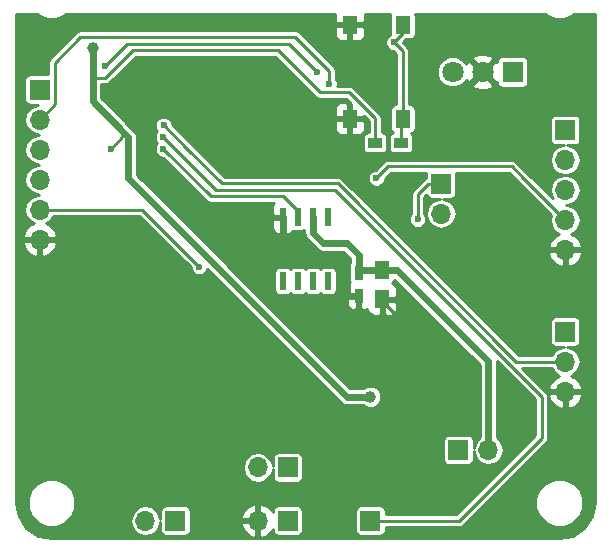
<source format=gbl>
G04 #@! TF.FileFunction,Copper,L2,Bot,Signal*
%FSLAX46Y46*%
G04 Gerber Fmt 4.6, Leading zero omitted, Abs format (unit mm)*
G04 Created by KiCad (PCBNEW 4.0.7) date 2017 November 25, Saturday 16:53:06*
%MOMM*%
%LPD*%
G01*
G04 APERTURE LIST*
%ADD10C,0.100000*%
%ADD11R,1.200000X0.900000*%
%ADD12R,1.800000X1.800000*%
%ADD13C,1.800000*%
%ADD14R,1.700000X1.700000*%
%ADD15O,1.700000X1.700000*%
%ADD16R,1.250000X1.500000*%
%ADD17R,0.750000X1.200000*%
%ADD18R,0.600000X1.550000*%
%ADD19R,1.300000X1.550000*%
%ADD20C,1.000000*%
%ADD21C,0.600000*%
%ADD22C,0.250000*%
%ADD23C,0.600000*%
G04 APERTURE END LIST*
D10*
D11*
X60900000Y-46000000D03*
X63100000Y-46000000D03*
D12*
X72540000Y-40000000D03*
D13*
X70000000Y-40000000D03*
X67460000Y-40000000D03*
D14*
X53500000Y-78000000D03*
D15*
X50960000Y-78000000D03*
D14*
X77000000Y-62000000D03*
D15*
X77000000Y-64540000D03*
X77000000Y-67080000D03*
D14*
X77000000Y-44920000D03*
D15*
X77000000Y-47460000D03*
X77000000Y-50000000D03*
X77000000Y-52540000D03*
X77000000Y-55080000D03*
D14*
X66500000Y-49460000D03*
D15*
X66500000Y-52000000D03*
D14*
X53500000Y-73500000D03*
D15*
X50960000Y-73500000D03*
D14*
X67960000Y-72000000D03*
D15*
X70500000Y-72000000D03*
D14*
X44000000Y-78000000D03*
D15*
X41460000Y-78000000D03*
D14*
X60500000Y-78000000D03*
X32500000Y-41500000D03*
D15*
X32500000Y-44040000D03*
X32500000Y-46580000D03*
X32500000Y-49120000D03*
X32500000Y-51660000D03*
X32500000Y-54200000D03*
D16*
X61500000Y-56750000D03*
X61500000Y-59250000D03*
D17*
X59500000Y-57050000D03*
X59500000Y-58950000D03*
D18*
X53095000Y-52300000D03*
X54365000Y-52300000D03*
X55635000Y-52300000D03*
X56905000Y-52300000D03*
X56905000Y-57700000D03*
X55635000Y-57700000D03*
X54365000Y-57700000D03*
X53095000Y-57700000D03*
D19*
X63250000Y-36025000D03*
X58750000Y-36025000D03*
X58750000Y-43975000D03*
X63250000Y-43975000D03*
D20*
X39000000Y-57000000D03*
X56000000Y-44000000D03*
X67000000Y-45000000D03*
X63000000Y-49109999D03*
X63000000Y-53000000D03*
X69000000Y-67000000D03*
X71000000Y-61000000D03*
X68000000Y-76000000D03*
X70000000Y-78000000D03*
X72000000Y-67000000D03*
X37000000Y-36000000D03*
X71000000Y-36000000D03*
X66000000Y-36000000D03*
X61000000Y-36000000D03*
X44000000Y-50500000D03*
X31500000Y-64500000D03*
X44000000Y-57000000D03*
X32000000Y-37500000D03*
X52000000Y-36000000D03*
X48000000Y-36000000D03*
X44000000Y-36000000D03*
X56000000Y-36000000D03*
X40000000Y-68500000D03*
X38000000Y-74000000D03*
X50000000Y-69000000D03*
X49500000Y-46000000D03*
X51500000Y-44000000D03*
X47500000Y-44000000D03*
X49500000Y-42000000D03*
X49500000Y-44000000D03*
X51500000Y-46000000D03*
X47500000Y-46000000D03*
X47500000Y-42000000D03*
X51500000Y-42000000D03*
D21*
X38500000Y-46500000D03*
D20*
X60500000Y-67500000D03*
X37000000Y-38000000D03*
D21*
X57000000Y-41000000D03*
X46000000Y-56500000D03*
X64500000Y-52500000D03*
X42974694Y-45525306D03*
X42987347Y-44512653D03*
X42962041Y-46537959D03*
X38000000Y-39500000D03*
X56000000Y-40000000D03*
X62500000Y-37500000D03*
X61000000Y-49000000D03*
D22*
X44000000Y-57000000D02*
X39000000Y-57000000D01*
X71000000Y-61000000D02*
X71000000Y-57500000D01*
X77000000Y-55080000D02*
X73420000Y-55080000D01*
X73420000Y-55080000D02*
X71000000Y-57500000D01*
X51500000Y-44000000D02*
X56000000Y-44000000D01*
X63000000Y-53000000D02*
X63000000Y-49109999D01*
X61500000Y-59250000D02*
X61500000Y-59375000D01*
X61500000Y-59375000D02*
X69000000Y-66875000D01*
X69000000Y-66875000D02*
X69000000Y-67000000D01*
D23*
X53095000Y-52300000D02*
X53095000Y-53675000D01*
X53095000Y-53675000D02*
X55744999Y-56324999D01*
X58524999Y-57164997D02*
X58525000Y-58950000D01*
X55744999Y-56324999D02*
X57685001Y-56324999D01*
X57685001Y-56324999D02*
X58524999Y-57164997D01*
X58525000Y-58950000D02*
X59500000Y-58950000D01*
D22*
X58750000Y-36025000D02*
X56025000Y-36025000D01*
X56025000Y-36025000D02*
X56000000Y-36000000D01*
X52000000Y-36000000D02*
X56000000Y-36000000D01*
X48000000Y-36000000D02*
X52000000Y-36000000D01*
X44000000Y-36000000D02*
X48000000Y-36000000D01*
D23*
X60500000Y-67500000D02*
X58500000Y-67500000D01*
X58500000Y-67500000D02*
X40000000Y-49000000D01*
X40000000Y-49000000D02*
X40000000Y-45500000D01*
X40000000Y-45500000D02*
X39500000Y-45000000D01*
D22*
X60900000Y-46000000D02*
X60900000Y-43934998D01*
X60900000Y-43934998D02*
X58690003Y-41725001D01*
X58690003Y-41725001D02*
X56225001Y-41725001D01*
X56225001Y-41725001D02*
X52675019Y-38175019D01*
X52675019Y-38175019D02*
X40397983Y-38175019D01*
X38073002Y-40500000D02*
X37000000Y-40500000D01*
X40397983Y-38175019D02*
X38073002Y-40500000D01*
D23*
X37000000Y-42500000D02*
X39500000Y-45000000D01*
D22*
X38500000Y-46500000D02*
X39500000Y-45500000D01*
X39500000Y-45500000D02*
X39500000Y-45000000D01*
D23*
X37000000Y-40500000D02*
X37000000Y-42500000D01*
X37000000Y-38000000D02*
X37000000Y-40500000D01*
X55635000Y-52300000D02*
X55635000Y-53675000D01*
X55635000Y-53675000D02*
X56460000Y-54500000D01*
X56460000Y-54500000D02*
X58500000Y-54500000D01*
X58500000Y-54500000D02*
X59500000Y-55500000D01*
X59500000Y-55500000D02*
X59500000Y-57050000D01*
X61500000Y-56750000D02*
X59800000Y-56750000D01*
X59800000Y-56750000D02*
X59500000Y-57050000D01*
X70500000Y-72000000D02*
X70500000Y-64525000D01*
X70500000Y-64525000D02*
X62725000Y-56750000D01*
X62725000Y-56750000D02*
X61500000Y-56750000D01*
D22*
X57000000Y-41000000D02*
X57000000Y-39926998D01*
X57000000Y-39926998D02*
X54123001Y-37049999D01*
X35950001Y-37049999D02*
X33775001Y-39224999D01*
X33775001Y-39224999D02*
X33775001Y-42764999D01*
X54123001Y-37049999D02*
X35950001Y-37049999D01*
X33775001Y-42764999D02*
X32500000Y-44040000D01*
X41160000Y-51660000D02*
X46000000Y-56500000D01*
X32500000Y-51660000D02*
X41160000Y-51660000D01*
X64500000Y-52500000D02*
X64500000Y-50360000D01*
X64500000Y-50360000D02*
X65400000Y-49460000D01*
X65400000Y-49460000D02*
X66500000Y-49460000D01*
X42974694Y-45525306D02*
X47449388Y-50000000D01*
X68000000Y-78000000D02*
X60500000Y-78000000D01*
X75000000Y-71000000D02*
X68000000Y-78000000D01*
X75000000Y-67500000D02*
X75000000Y-71000000D01*
X57500000Y-50000000D02*
X75000000Y-67500000D01*
X47449388Y-50000000D02*
X57500000Y-50000000D01*
X77000000Y-64540000D02*
X72817830Y-64540000D01*
X72817830Y-64540000D02*
X57727821Y-49449990D01*
X57727821Y-49449990D02*
X47924684Y-49449990D01*
X45000000Y-46525306D02*
X42987347Y-44512653D01*
X47924684Y-49449990D02*
X45000000Y-46525306D01*
X53090010Y-50550010D02*
X46974092Y-50550010D01*
X46974092Y-50550010D02*
X42962041Y-46537959D01*
X54365000Y-52300000D02*
X54365000Y-51825000D01*
X54365000Y-51825000D02*
X53090010Y-50550010D01*
X56000000Y-40000000D02*
X53625009Y-37625009D01*
X53625009Y-37625009D02*
X39874991Y-37625009D01*
X39874991Y-37625009D02*
X38000000Y-39500000D01*
X63250000Y-43975000D02*
X63250000Y-38250000D01*
X63250000Y-38250000D02*
X62500000Y-37500000D01*
X63250000Y-36750000D02*
X62500000Y-37500000D01*
X63250000Y-36025000D02*
X63250000Y-36750000D01*
X63100000Y-46000000D02*
X63100000Y-44125000D01*
X63100000Y-44125000D02*
X63250000Y-43975000D01*
X77000000Y-52540000D02*
X73460000Y-49000000D01*
X61000000Y-49000000D02*
X62000000Y-48000000D01*
X62000000Y-48000000D02*
X72460000Y-48000000D01*
X72460000Y-48000000D02*
X73460000Y-49000000D01*
G36*
X32351432Y-35215710D02*
X33095435Y-35524648D01*
X33901030Y-35525351D01*
X34645572Y-35217712D01*
X34738446Y-35125000D01*
X57467000Y-35125000D01*
X57467000Y-35737750D01*
X57625250Y-35896000D01*
X58621000Y-35896000D01*
X58621000Y-35876000D01*
X58879000Y-35876000D01*
X58879000Y-35896000D01*
X59874750Y-35896000D01*
X60033000Y-35737750D01*
X60033000Y-35125000D01*
X62191987Y-35125000D01*
X62166674Y-35250000D01*
X62166674Y-36800000D01*
X62175975Y-36849433D01*
X62089857Y-36885016D01*
X61885733Y-37088784D01*
X61775126Y-37355156D01*
X61774874Y-37643579D01*
X61885016Y-37910143D01*
X62088784Y-38114267D01*
X62355156Y-38224874D01*
X62447136Y-38224954D01*
X62700000Y-38477818D01*
X62700000Y-42766674D01*
X62600000Y-42766674D01*
X62442504Y-42796309D01*
X62297854Y-42889389D01*
X62200814Y-43031412D01*
X62166674Y-43200000D01*
X62166674Y-44750000D01*
X62196309Y-44907496D01*
X62289389Y-45052146D01*
X62408913Y-45133813D01*
X62342504Y-45146309D01*
X62197854Y-45239389D01*
X62100814Y-45381412D01*
X62066674Y-45550000D01*
X62066674Y-46450000D01*
X62096309Y-46607496D01*
X62189389Y-46752146D01*
X62331412Y-46849186D01*
X62500000Y-46883326D01*
X63700000Y-46883326D01*
X63857496Y-46853691D01*
X64002146Y-46760611D01*
X64099186Y-46618588D01*
X64133326Y-46450000D01*
X64133326Y-45550000D01*
X64103691Y-45392504D01*
X64010611Y-45247854D01*
X63912679Y-45180940D01*
X64057496Y-45153691D01*
X64202146Y-45060611D01*
X64299186Y-44918588D01*
X64333326Y-44750000D01*
X64333326Y-43200000D01*
X64303691Y-43042504D01*
X64210611Y-42897854D01*
X64068588Y-42800814D01*
X63900000Y-42766674D01*
X63800000Y-42766674D01*
X63800000Y-40262402D01*
X66134771Y-40262402D01*
X66336065Y-40749572D01*
X66708468Y-41122625D01*
X67195285Y-41324769D01*
X67722402Y-41325229D01*
X68209572Y-41123935D01*
X68253232Y-41080351D01*
X69102083Y-41080351D01*
X69188770Y-41336031D01*
X69761798Y-41544776D01*
X70371090Y-41518343D01*
X70811230Y-41336031D01*
X70897917Y-41080351D01*
X70000000Y-40182434D01*
X69102083Y-41080351D01*
X68253232Y-41080351D01*
X68582625Y-40751532D01*
X68610968Y-40683274D01*
X68663969Y-40811230D01*
X68919649Y-40897917D01*
X69817566Y-40000000D01*
X70182434Y-40000000D01*
X71080351Y-40897917D01*
X71206674Y-40855088D01*
X71206674Y-40900000D01*
X71236309Y-41057496D01*
X71329389Y-41202146D01*
X71471412Y-41299186D01*
X71640000Y-41333326D01*
X73440000Y-41333326D01*
X73597496Y-41303691D01*
X73742146Y-41210611D01*
X73839186Y-41068588D01*
X73873326Y-40900000D01*
X73873326Y-39100000D01*
X73843691Y-38942504D01*
X73750611Y-38797854D01*
X73608588Y-38700814D01*
X73440000Y-38666674D01*
X71640000Y-38666674D01*
X71482504Y-38696309D01*
X71337854Y-38789389D01*
X71240814Y-38931412D01*
X71206674Y-39100000D01*
X71206674Y-39144912D01*
X71080351Y-39102083D01*
X70182434Y-40000000D01*
X69817566Y-40000000D01*
X68919649Y-39102083D01*
X68663969Y-39188770D01*
X68614532Y-39324479D01*
X68583935Y-39250428D01*
X68253733Y-38919649D01*
X69102083Y-38919649D01*
X70000000Y-39817566D01*
X70897917Y-38919649D01*
X70811230Y-38663969D01*
X70238202Y-38455224D01*
X69628910Y-38481657D01*
X69188770Y-38663969D01*
X69102083Y-38919649D01*
X68253733Y-38919649D01*
X68211532Y-38877375D01*
X67724715Y-38675231D01*
X67197598Y-38674771D01*
X66710428Y-38876065D01*
X66337375Y-39248468D01*
X66135231Y-39735285D01*
X66134771Y-40262402D01*
X63800000Y-40262402D01*
X63800000Y-38250000D01*
X63758134Y-38039524D01*
X63638909Y-37861091D01*
X63277818Y-37500000D01*
X63544492Y-37233326D01*
X63900000Y-37233326D01*
X64057496Y-37203691D01*
X64202146Y-37110611D01*
X64299186Y-36968588D01*
X64333326Y-36800000D01*
X64333326Y-35250000D01*
X64309806Y-35125000D01*
X75260880Y-35125000D01*
X75351432Y-35215710D01*
X76095435Y-35524648D01*
X76901030Y-35525351D01*
X77645572Y-35217712D01*
X77738446Y-35125000D01*
X79500000Y-35125000D01*
X79500000Y-76450753D01*
X79262588Y-77644302D01*
X78614394Y-78614394D01*
X77644303Y-79262588D01*
X76450753Y-79500000D01*
X33549247Y-79500000D01*
X32355698Y-79262588D01*
X31385606Y-78614394D01*
X30737412Y-77644303D01*
X30589566Y-76901030D01*
X31474649Y-76901030D01*
X31782288Y-77645572D01*
X32351432Y-78215710D01*
X33095435Y-78524648D01*
X33901030Y-78525351D01*
X34645572Y-78217712D01*
X34888686Y-77975021D01*
X40185000Y-77975021D01*
X40185000Y-78024979D01*
X40282054Y-78512900D01*
X40558439Y-78926540D01*
X40972079Y-79202925D01*
X41460000Y-79299979D01*
X41947921Y-79202925D01*
X42361561Y-78926540D01*
X42637946Y-78512900D01*
X42716674Y-78117110D01*
X42716674Y-78850000D01*
X42746309Y-79007496D01*
X42839389Y-79152146D01*
X42981412Y-79249186D01*
X43150000Y-79283326D01*
X44850000Y-79283326D01*
X45007496Y-79253691D01*
X45152146Y-79160611D01*
X45249186Y-79018588D01*
X45283326Y-78850000D01*
X45283326Y-78358526D01*
X49520980Y-78358526D01*
X49767721Y-78881924D01*
X50195976Y-79271057D01*
X50601475Y-79439010D01*
X50831000Y-79318454D01*
X50831000Y-78129000D01*
X49640861Y-78129000D01*
X49520980Y-78358526D01*
X45283326Y-78358526D01*
X45283326Y-77641474D01*
X49520980Y-77641474D01*
X49640861Y-77871000D01*
X50831000Y-77871000D01*
X50831000Y-76681546D01*
X51089000Y-76681546D01*
X51089000Y-77871000D01*
X51109000Y-77871000D01*
X51109000Y-78129000D01*
X51089000Y-78129000D01*
X51089000Y-79318454D01*
X51318525Y-79439010D01*
X51724024Y-79271057D01*
X52152279Y-78881924D01*
X52216674Y-78745326D01*
X52216674Y-78850000D01*
X52246309Y-79007496D01*
X52339389Y-79152146D01*
X52481412Y-79249186D01*
X52650000Y-79283326D01*
X54350000Y-79283326D01*
X54507496Y-79253691D01*
X54652146Y-79160611D01*
X54749186Y-79018588D01*
X54783326Y-78850000D01*
X54783326Y-77150000D01*
X54753691Y-76992504D01*
X54660611Y-76847854D01*
X54518588Y-76750814D01*
X54350000Y-76716674D01*
X52650000Y-76716674D01*
X52492504Y-76746309D01*
X52347854Y-76839389D01*
X52250814Y-76981412D01*
X52216674Y-77150000D01*
X52216674Y-77254674D01*
X52152279Y-77118076D01*
X51724024Y-76728943D01*
X51318525Y-76560990D01*
X51089000Y-76681546D01*
X50831000Y-76681546D01*
X50601475Y-76560990D01*
X50195976Y-76728943D01*
X49767721Y-77118076D01*
X49520980Y-77641474D01*
X45283326Y-77641474D01*
X45283326Y-77150000D01*
X45253691Y-76992504D01*
X45160611Y-76847854D01*
X45018588Y-76750814D01*
X44850000Y-76716674D01*
X43150000Y-76716674D01*
X42992504Y-76746309D01*
X42847854Y-76839389D01*
X42750814Y-76981412D01*
X42716674Y-77150000D01*
X42716674Y-77882890D01*
X42637946Y-77487100D01*
X42361561Y-77073460D01*
X41947921Y-76797075D01*
X41460000Y-76700021D01*
X40972079Y-76797075D01*
X40558439Y-77073460D01*
X40282054Y-77487100D01*
X40185000Y-77975021D01*
X34888686Y-77975021D01*
X35215710Y-77648568D01*
X35524648Y-76904565D01*
X35525351Y-76098970D01*
X35217712Y-75354428D01*
X34648568Y-74784290D01*
X33904565Y-74475352D01*
X33098970Y-74474649D01*
X32354428Y-74782288D01*
X31784290Y-75351432D01*
X31475352Y-76095435D01*
X31474649Y-76901030D01*
X30589566Y-76901030D01*
X30500000Y-76450753D01*
X30500000Y-73475021D01*
X49685000Y-73475021D01*
X49685000Y-73524979D01*
X49782054Y-74012900D01*
X50058439Y-74426540D01*
X50472079Y-74702925D01*
X50960000Y-74799979D01*
X51447921Y-74702925D01*
X51861561Y-74426540D01*
X52137946Y-74012900D01*
X52216674Y-73617110D01*
X52216674Y-74350000D01*
X52246309Y-74507496D01*
X52339389Y-74652146D01*
X52481412Y-74749186D01*
X52650000Y-74783326D01*
X54350000Y-74783326D01*
X54507496Y-74753691D01*
X54652146Y-74660611D01*
X54749186Y-74518588D01*
X54783326Y-74350000D01*
X54783326Y-72650000D01*
X54753691Y-72492504D01*
X54660611Y-72347854D01*
X54518588Y-72250814D01*
X54350000Y-72216674D01*
X52650000Y-72216674D01*
X52492504Y-72246309D01*
X52347854Y-72339389D01*
X52250814Y-72481412D01*
X52216674Y-72650000D01*
X52216674Y-73382890D01*
X52137946Y-72987100D01*
X51861561Y-72573460D01*
X51447921Y-72297075D01*
X50960000Y-72200021D01*
X50472079Y-72297075D01*
X50058439Y-72573460D01*
X49782054Y-72987100D01*
X49685000Y-73475021D01*
X30500000Y-73475021D01*
X30500000Y-54558525D01*
X31060990Y-54558525D01*
X31228943Y-54964024D01*
X31618076Y-55392279D01*
X32141474Y-55639020D01*
X32371000Y-55519139D01*
X32371000Y-54329000D01*
X32629000Y-54329000D01*
X32629000Y-55519139D01*
X32858526Y-55639020D01*
X33381924Y-55392279D01*
X33771057Y-54964024D01*
X33939010Y-54558525D01*
X33818454Y-54329000D01*
X32629000Y-54329000D01*
X32371000Y-54329000D01*
X31181546Y-54329000D01*
X31060990Y-54558525D01*
X30500000Y-54558525D01*
X30500000Y-53841475D01*
X31060990Y-53841475D01*
X31181546Y-54071000D01*
X32371000Y-54071000D01*
X32371000Y-54051000D01*
X32629000Y-54051000D01*
X32629000Y-54071000D01*
X33818454Y-54071000D01*
X33939010Y-53841475D01*
X33771057Y-53435976D01*
X33381924Y-53007721D01*
X33016577Y-52835489D01*
X33426540Y-52561561D01*
X33661445Y-52210000D01*
X40932182Y-52210000D01*
X45274953Y-56552770D01*
X45274874Y-56643579D01*
X45385016Y-56910143D01*
X45588784Y-57114267D01*
X45855156Y-57224874D01*
X46143579Y-57225126D01*
X46410143Y-57114984D01*
X46614267Y-56911216D01*
X46693969Y-56719273D01*
X57987348Y-68012652D01*
X58222554Y-68169813D01*
X58268585Y-68178969D01*
X58500000Y-68225000D01*
X59916728Y-68225000D01*
X59975345Y-68283720D01*
X60315199Y-68424839D01*
X60683187Y-68425160D01*
X61023286Y-68284634D01*
X61283720Y-68024655D01*
X61424839Y-67684801D01*
X61425160Y-67316813D01*
X61284634Y-66976714D01*
X61024655Y-66716280D01*
X60684801Y-66575161D01*
X60316813Y-66574840D01*
X59976714Y-66715366D01*
X59916976Y-66775000D01*
X58800304Y-66775000D01*
X51262554Y-59237250D01*
X58492000Y-59237250D01*
X58492000Y-59675911D01*
X58588368Y-59908565D01*
X58766434Y-60086631D01*
X58999088Y-60183000D01*
X59212750Y-60183000D01*
X59371000Y-60024750D01*
X59371000Y-59079000D01*
X58650250Y-59079000D01*
X58492000Y-59237250D01*
X51262554Y-59237250D01*
X48950304Y-56925000D01*
X52361674Y-56925000D01*
X52361674Y-58475000D01*
X52391309Y-58632496D01*
X52484389Y-58777146D01*
X52626412Y-58874186D01*
X52795000Y-58908326D01*
X53395000Y-58908326D01*
X53552496Y-58878691D01*
X53697146Y-58785611D01*
X53729431Y-58738360D01*
X53754389Y-58777146D01*
X53896412Y-58874186D01*
X54065000Y-58908326D01*
X54665000Y-58908326D01*
X54822496Y-58878691D01*
X54967146Y-58785611D01*
X54999431Y-58738360D01*
X55024389Y-58777146D01*
X55166412Y-58874186D01*
X55335000Y-58908326D01*
X55935000Y-58908326D01*
X56092496Y-58878691D01*
X56237146Y-58785611D01*
X56269431Y-58738360D01*
X56294389Y-58777146D01*
X56436412Y-58874186D01*
X56605000Y-58908326D01*
X57205000Y-58908326D01*
X57362496Y-58878691D01*
X57507146Y-58785611D01*
X57604186Y-58643588D01*
X57638326Y-58475000D01*
X57638326Y-56925000D01*
X57608691Y-56767504D01*
X57515611Y-56622854D01*
X57373588Y-56525814D01*
X57205000Y-56491674D01*
X56605000Y-56491674D01*
X56447504Y-56521309D01*
X56302854Y-56614389D01*
X56270569Y-56661640D01*
X56245611Y-56622854D01*
X56103588Y-56525814D01*
X55935000Y-56491674D01*
X55335000Y-56491674D01*
X55177504Y-56521309D01*
X55032854Y-56614389D01*
X55000569Y-56661640D01*
X54975611Y-56622854D01*
X54833588Y-56525814D01*
X54665000Y-56491674D01*
X54065000Y-56491674D01*
X53907504Y-56521309D01*
X53762854Y-56614389D01*
X53730569Y-56661640D01*
X53705611Y-56622854D01*
X53563588Y-56525814D01*
X53395000Y-56491674D01*
X52795000Y-56491674D01*
X52637504Y-56521309D01*
X52492854Y-56614389D01*
X52395814Y-56756412D01*
X52361674Y-56925000D01*
X48950304Y-56925000D01*
X44612554Y-52587250D01*
X52162000Y-52587250D01*
X52162000Y-53200911D01*
X52258368Y-53433565D01*
X52436434Y-53611631D01*
X52669088Y-53708000D01*
X52807750Y-53708000D01*
X52966000Y-53549750D01*
X52966000Y-52429000D01*
X52320250Y-52429000D01*
X52162000Y-52587250D01*
X44612554Y-52587250D01*
X40725000Y-48699696D01*
X40725000Y-46681538D01*
X42236915Y-46681538D01*
X42347057Y-46948102D01*
X42550825Y-47152226D01*
X42817197Y-47262833D01*
X42909177Y-47262913D01*
X46585183Y-50938919D01*
X46763616Y-51058144D01*
X46974092Y-51100010D01*
X52324793Y-51100010D01*
X52258368Y-51166435D01*
X52162000Y-51399089D01*
X52162000Y-52012750D01*
X52320250Y-52171000D01*
X52966000Y-52171000D01*
X52966000Y-52151000D01*
X53224000Y-52151000D01*
X53224000Y-52171000D01*
X53244000Y-52171000D01*
X53244000Y-52429000D01*
X53224000Y-52429000D01*
X53224000Y-53549750D01*
X53382250Y-53708000D01*
X53520912Y-53708000D01*
X53753566Y-53611631D01*
X53893203Y-53471994D01*
X53896412Y-53474186D01*
X54065000Y-53508326D01*
X54665000Y-53508326D01*
X54822496Y-53478691D01*
X54910000Y-53422384D01*
X54910000Y-53675000D01*
X54943114Y-53841475D01*
X54965187Y-53952446D01*
X55122348Y-54187652D01*
X55947347Y-55012652D01*
X56104508Y-55117663D01*
X56182555Y-55169813D01*
X56460000Y-55225000D01*
X58199696Y-55225000D01*
X58775000Y-55800305D01*
X58775000Y-56209426D01*
X58725814Y-56281412D01*
X58691674Y-56450000D01*
X58691674Y-57650000D01*
X58721309Y-57807496D01*
X58741277Y-57838526D01*
X58588368Y-57991435D01*
X58492000Y-58224089D01*
X58492000Y-58662750D01*
X58650250Y-58821000D01*
X59371000Y-58821000D01*
X59371000Y-58801000D01*
X59629000Y-58801000D01*
X59629000Y-58821000D01*
X59649000Y-58821000D01*
X59649000Y-59079000D01*
X59629000Y-59079000D01*
X59629000Y-60024750D01*
X59787250Y-60183000D01*
X60000912Y-60183000D01*
X60233566Y-60086631D01*
X60242000Y-60078197D01*
X60242000Y-60125911D01*
X60338368Y-60358565D01*
X60516434Y-60536631D01*
X60749088Y-60633000D01*
X61212750Y-60633000D01*
X61371000Y-60474750D01*
X61371000Y-59379000D01*
X61629000Y-59379000D01*
X61629000Y-60474750D01*
X61787250Y-60633000D01*
X62250912Y-60633000D01*
X62483566Y-60536631D01*
X62661632Y-60358565D01*
X62758000Y-60125911D01*
X62758000Y-59537250D01*
X62599750Y-59379000D01*
X61629000Y-59379000D01*
X61371000Y-59379000D01*
X61351000Y-59379000D01*
X61351000Y-59121000D01*
X61371000Y-59121000D01*
X61371000Y-59101000D01*
X61629000Y-59101000D01*
X61629000Y-59121000D01*
X62599750Y-59121000D01*
X62758000Y-58962750D01*
X62758000Y-58374089D01*
X62661632Y-58141435D01*
X62483566Y-57963369D01*
X62304817Y-57889328D01*
X62427146Y-57810611D01*
X62524186Y-57668588D01*
X62540032Y-57590336D01*
X69775000Y-64825305D01*
X69775000Y-70955486D01*
X69598439Y-71073460D01*
X69322054Y-71487100D01*
X69243326Y-71882890D01*
X69243326Y-71150000D01*
X69213691Y-70992504D01*
X69120611Y-70847854D01*
X68978588Y-70750814D01*
X68810000Y-70716674D01*
X67110000Y-70716674D01*
X66952504Y-70746309D01*
X66807854Y-70839389D01*
X66710814Y-70981412D01*
X66676674Y-71150000D01*
X66676674Y-72850000D01*
X66706309Y-73007496D01*
X66799389Y-73152146D01*
X66941412Y-73249186D01*
X67110000Y-73283326D01*
X68810000Y-73283326D01*
X68967496Y-73253691D01*
X69112146Y-73160611D01*
X69209186Y-73018588D01*
X69243326Y-72850000D01*
X69243326Y-72117110D01*
X69322054Y-72512900D01*
X69598439Y-72926540D01*
X70012079Y-73202925D01*
X70500000Y-73299979D01*
X70987921Y-73202925D01*
X71401561Y-72926540D01*
X71677946Y-72512900D01*
X71775000Y-72024979D01*
X71775000Y-71975021D01*
X71677946Y-71487100D01*
X71401561Y-71073460D01*
X71225000Y-70955486D01*
X71225000Y-64525000D01*
X71219492Y-64497309D01*
X74450000Y-67727817D01*
X74450000Y-70772182D01*
X67772182Y-77450000D01*
X61783326Y-77450000D01*
X61783326Y-77150000D01*
X61753691Y-76992504D01*
X61660611Y-76847854D01*
X61518588Y-76750814D01*
X61350000Y-76716674D01*
X59650000Y-76716674D01*
X59492504Y-76746309D01*
X59347854Y-76839389D01*
X59250814Y-76981412D01*
X59216674Y-77150000D01*
X59216674Y-78850000D01*
X59246309Y-79007496D01*
X59339389Y-79152146D01*
X59481412Y-79249186D01*
X59650000Y-79283326D01*
X61350000Y-79283326D01*
X61507496Y-79253691D01*
X61652146Y-79160611D01*
X61749186Y-79018588D01*
X61783326Y-78850000D01*
X61783326Y-78550000D01*
X68000000Y-78550000D01*
X68210476Y-78508134D01*
X68388909Y-78388909D01*
X69876788Y-76901030D01*
X74474649Y-76901030D01*
X74782288Y-77645572D01*
X75351432Y-78215710D01*
X76095435Y-78524648D01*
X76901030Y-78525351D01*
X77645572Y-78217712D01*
X78215710Y-77648568D01*
X78524648Y-76904565D01*
X78525351Y-76098970D01*
X78217712Y-75354428D01*
X77648568Y-74784290D01*
X76904565Y-74475352D01*
X76098970Y-74474649D01*
X75354428Y-74782288D01*
X74784290Y-75351432D01*
X74475352Y-76095435D01*
X74474649Y-76901030D01*
X69876788Y-76901030D01*
X75388909Y-71388909D01*
X75508134Y-71210476D01*
X75550000Y-71000000D01*
X75550000Y-67500000D01*
X75537772Y-67438525D01*
X75560990Y-67438525D01*
X75728943Y-67844024D01*
X76118076Y-68272279D01*
X76641474Y-68519020D01*
X76871000Y-68399139D01*
X76871000Y-67209000D01*
X77129000Y-67209000D01*
X77129000Y-68399139D01*
X77358526Y-68519020D01*
X77881924Y-68272279D01*
X78271057Y-67844024D01*
X78439010Y-67438525D01*
X78318454Y-67209000D01*
X77129000Y-67209000D01*
X76871000Y-67209000D01*
X75681546Y-67209000D01*
X75560990Y-67438525D01*
X75537772Y-67438525D01*
X75508134Y-67289524D01*
X75388909Y-67111091D01*
X75388906Y-67111089D01*
X73367817Y-65090000D01*
X75838555Y-65090000D01*
X76073460Y-65441561D01*
X76483423Y-65715489D01*
X76118076Y-65887721D01*
X75728943Y-66315976D01*
X75560990Y-66721475D01*
X75681546Y-66951000D01*
X76871000Y-66951000D01*
X76871000Y-66931000D01*
X77129000Y-66931000D01*
X77129000Y-66951000D01*
X78318454Y-66951000D01*
X78439010Y-66721475D01*
X78271057Y-66315976D01*
X77881924Y-65887721D01*
X77516577Y-65715489D01*
X77926540Y-65441561D01*
X78202925Y-65027921D01*
X78299979Y-64540000D01*
X78202925Y-64052079D01*
X77926540Y-63638439D01*
X77512900Y-63362054D01*
X77117110Y-63283326D01*
X77850000Y-63283326D01*
X78007496Y-63253691D01*
X78152146Y-63160611D01*
X78249186Y-63018588D01*
X78283326Y-62850000D01*
X78283326Y-61150000D01*
X78253691Y-60992504D01*
X78160611Y-60847854D01*
X78018588Y-60750814D01*
X77850000Y-60716674D01*
X76150000Y-60716674D01*
X75992504Y-60746309D01*
X75847854Y-60839389D01*
X75750814Y-60981412D01*
X75716674Y-61150000D01*
X75716674Y-62850000D01*
X75746309Y-63007496D01*
X75839389Y-63152146D01*
X75981412Y-63249186D01*
X76150000Y-63283326D01*
X76882890Y-63283326D01*
X76487100Y-63362054D01*
X76073460Y-63638439D01*
X75838555Y-63990000D01*
X73045648Y-63990000D01*
X64494174Y-55438525D01*
X75560990Y-55438525D01*
X75728943Y-55844024D01*
X76118076Y-56272279D01*
X76641474Y-56519020D01*
X76871000Y-56399139D01*
X76871000Y-55209000D01*
X77129000Y-55209000D01*
X77129000Y-56399139D01*
X77358526Y-56519020D01*
X77881924Y-56272279D01*
X78271057Y-55844024D01*
X78439010Y-55438525D01*
X78318454Y-55209000D01*
X77129000Y-55209000D01*
X76871000Y-55209000D01*
X75681546Y-55209000D01*
X75560990Y-55438525D01*
X64494174Y-55438525D01*
X58199228Y-49143579D01*
X60274874Y-49143579D01*
X60385016Y-49410143D01*
X60588784Y-49614267D01*
X60855156Y-49724874D01*
X61143579Y-49725126D01*
X61410143Y-49614984D01*
X61614267Y-49411216D01*
X61724874Y-49144844D01*
X61724954Y-49052863D01*
X62227817Y-48550000D01*
X65228824Y-48550000D01*
X65216674Y-48610000D01*
X65216674Y-48946466D01*
X65189524Y-48951866D01*
X65011091Y-49071091D01*
X64111091Y-49971091D01*
X63991866Y-50149524D01*
X63950000Y-50360000D01*
X63950000Y-52024629D01*
X63885733Y-52088784D01*
X63775126Y-52355156D01*
X63774874Y-52643579D01*
X63885016Y-52910143D01*
X64088784Y-53114267D01*
X64355156Y-53224874D01*
X64643579Y-53225126D01*
X64910143Y-53114984D01*
X65114267Y-52911216D01*
X65224874Y-52644844D01*
X65225126Y-52356421D01*
X65114984Y-52089857D01*
X65050000Y-52024759D01*
X65050000Y-50587818D01*
X65234275Y-50403543D01*
X65246309Y-50467496D01*
X65339389Y-50612146D01*
X65481412Y-50709186D01*
X65650000Y-50743326D01*
X66382890Y-50743326D01*
X65987100Y-50822054D01*
X65573460Y-51098439D01*
X65297075Y-51512079D01*
X65200021Y-52000000D01*
X65297075Y-52487921D01*
X65573460Y-52901561D01*
X65987100Y-53177946D01*
X66475021Y-53275000D01*
X66524979Y-53275000D01*
X67012900Y-53177946D01*
X67426540Y-52901561D01*
X67702925Y-52487921D01*
X67799979Y-52000000D01*
X67702925Y-51512079D01*
X67426540Y-51098439D01*
X67012900Y-50822054D01*
X66617110Y-50743326D01*
X67350000Y-50743326D01*
X67507496Y-50713691D01*
X67652146Y-50620611D01*
X67749186Y-50478588D01*
X67783326Y-50310000D01*
X67783326Y-48610000D01*
X67772036Y-48550000D01*
X72232182Y-48550000D01*
X73071089Y-49388906D01*
X73071091Y-49388909D01*
X75786653Y-52104471D01*
X75700021Y-52540000D01*
X75797075Y-53027921D01*
X76073460Y-53441561D01*
X76483423Y-53715489D01*
X76118076Y-53887721D01*
X75728943Y-54315976D01*
X75560990Y-54721475D01*
X75681546Y-54951000D01*
X76871000Y-54951000D01*
X76871000Y-54931000D01*
X77129000Y-54931000D01*
X77129000Y-54951000D01*
X78318454Y-54951000D01*
X78439010Y-54721475D01*
X78271057Y-54315976D01*
X77881924Y-53887721D01*
X77516577Y-53715489D01*
X77926540Y-53441561D01*
X78202925Y-53027921D01*
X78299979Y-52540000D01*
X78202925Y-52052079D01*
X77926540Y-51638439D01*
X77512900Y-51362054D01*
X77050116Y-51270000D01*
X77512900Y-51177946D01*
X77926540Y-50901561D01*
X78202925Y-50487921D01*
X78299979Y-50000000D01*
X78202925Y-49512079D01*
X77926540Y-49098439D01*
X77512900Y-48822054D01*
X77050116Y-48730000D01*
X77512900Y-48637946D01*
X77926540Y-48361561D01*
X78202925Y-47947921D01*
X78299979Y-47460000D01*
X78202925Y-46972079D01*
X77926540Y-46558439D01*
X77512900Y-46282054D01*
X77117110Y-46203326D01*
X77850000Y-46203326D01*
X78007496Y-46173691D01*
X78152146Y-46080611D01*
X78249186Y-45938588D01*
X78283326Y-45770000D01*
X78283326Y-44070000D01*
X78253691Y-43912504D01*
X78160611Y-43767854D01*
X78018588Y-43670814D01*
X77850000Y-43636674D01*
X76150000Y-43636674D01*
X75992504Y-43666309D01*
X75847854Y-43759389D01*
X75750814Y-43901412D01*
X75716674Y-44070000D01*
X75716674Y-45770000D01*
X75746309Y-45927496D01*
X75839389Y-46072146D01*
X75981412Y-46169186D01*
X76150000Y-46203326D01*
X76882890Y-46203326D01*
X76487100Y-46282054D01*
X76073460Y-46558439D01*
X75797075Y-46972079D01*
X75700021Y-47460000D01*
X75797075Y-47947921D01*
X76073460Y-48361561D01*
X76487100Y-48637946D01*
X76949884Y-48730000D01*
X76487100Y-48822054D01*
X76073460Y-49098439D01*
X75797075Y-49512079D01*
X75700021Y-50000000D01*
X75797075Y-50487921D01*
X75940722Y-50702904D01*
X73848909Y-48611091D01*
X73848906Y-48611089D01*
X72848909Y-47611091D01*
X72670476Y-47491866D01*
X72460000Y-47450000D01*
X62000005Y-47450000D01*
X62000000Y-47449999D01*
X61789524Y-47491866D01*
X61611091Y-47611091D01*
X61611089Y-47611094D01*
X60947229Y-48274953D01*
X60856421Y-48274874D01*
X60589857Y-48385016D01*
X60385733Y-48588784D01*
X60275126Y-48855156D01*
X60274874Y-49143579D01*
X58199228Y-49143579D01*
X58116730Y-49061081D01*
X57938297Y-48941856D01*
X57727821Y-48899990D01*
X48152502Y-48899990D01*
X43712394Y-44459882D01*
X43712473Y-44369074D01*
X43668335Y-44262250D01*
X57467000Y-44262250D01*
X57467000Y-44875911D01*
X57563368Y-45108565D01*
X57741434Y-45286631D01*
X57974088Y-45383000D01*
X58462750Y-45383000D01*
X58621000Y-45224750D01*
X58621000Y-44104000D01*
X58879000Y-44104000D01*
X58879000Y-45224750D01*
X59037250Y-45383000D01*
X59525912Y-45383000D01*
X59758566Y-45286631D01*
X59936632Y-45108565D01*
X60033000Y-44875911D01*
X60033000Y-44262250D01*
X59874750Y-44104000D01*
X58879000Y-44104000D01*
X58621000Y-44104000D01*
X57625250Y-44104000D01*
X57467000Y-44262250D01*
X43668335Y-44262250D01*
X43602331Y-44102510D01*
X43398563Y-43898386D01*
X43132191Y-43787779D01*
X42843768Y-43787527D01*
X42577204Y-43897669D01*
X42373080Y-44101437D01*
X42262473Y-44367809D01*
X42262221Y-44656232D01*
X42372363Y-44922796D01*
X42462052Y-45012642D01*
X42360427Y-45114090D01*
X42249820Y-45380462D01*
X42249568Y-45668885D01*
X42359710Y-45935449D01*
X42449399Y-46025295D01*
X42347774Y-46126743D01*
X42237167Y-46393115D01*
X42236915Y-46681538D01*
X40725000Y-46681538D01*
X40725000Y-45500000D01*
X40701474Y-45381727D01*
X40669813Y-45222554D01*
X40512653Y-44987348D01*
X40012652Y-44487348D01*
X38599393Y-43074089D01*
X57467000Y-43074089D01*
X57467000Y-43687750D01*
X57625250Y-43846000D01*
X58621000Y-43846000D01*
X58621000Y-42725250D01*
X58462750Y-42567000D01*
X57974088Y-42567000D01*
X57741434Y-42663369D01*
X57563368Y-42841435D01*
X57467000Y-43074089D01*
X38599393Y-43074089D01*
X37725000Y-42199696D01*
X37725000Y-41050000D01*
X38073002Y-41050000D01*
X38283478Y-41008134D01*
X38461911Y-40888909D01*
X40625800Y-38725019D01*
X52447201Y-38725019D01*
X55836092Y-42113910D01*
X56014525Y-42233135D01*
X56225001Y-42275002D01*
X56225006Y-42275001D01*
X58462185Y-42275001D01*
X58895717Y-42708533D01*
X58879000Y-42725250D01*
X58879000Y-43846000D01*
X59874750Y-43846000D01*
X59953967Y-43766783D01*
X60350000Y-44162816D01*
X60350000Y-45116674D01*
X60300000Y-45116674D01*
X60142504Y-45146309D01*
X59997854Y-45239389D01*
X59900814Y-45381412D01*
X59866674Y-45550000D01*
X59866674Y-46450000D01*
X59896309Y-46607496D01*
X59989389Y-46752146D01*
X60131412Y-46849186D01*
X60300000Y-46883326D01*
X61500000Y-46883326D01*
X61657496Y-46853691D01*
X61802146Y-46760611D01*
X61899186Y-46618588D01*
X61933326Y-46450000D01*
X61933326Y-45550000D01*
X61903691Y-45392504D01*
X61810611Y-45247854D01*
X61668588Y-45150814D01*
X61500000Y-45116674D01*
X61450000Y-45116674D01*
X61450000Y-43935003D01*
X61450001Y-43934998D01*
X61408134Y-43724522D01*
X61288909Y-43546089D01*
X59078912Y-41336092D01*
X58900479Y-41216867D01*
X58690003Y-41175001D01*
X57712352Y-41175001D01*
X57724874Y-41144844D01*
X57725126Y-40856421D01*
X57614984Y-40589857D01*
X57550000Y-40524759D01*
X57550000Y-39926998D01*
X57508134Y-39716522D01*
X57388909Y-39538089D01*
X54511910Y-36661090D01*
X54333477Y-36541865D01*
X54123001Y-36499999D01*
X35950001Y-36499999D01*
X35739525Y-36541865D01*
X35561092Y-36661090D01*
X35561090Y-36661093D01*
X33386092Y-38836090D01*
X33266867Y-39014523D01*
X33225001Y-39224999D01*
X33225001Y-40216674D01*
X31650000Y-40216674D01*
X31492504Y-40246309D01*
X31347854Y-40339389D01*
X31250814Y-40481412D01*
X31216674Y-40650000D01*
X31216674Y-42350000D01*
X31246309Y-42507496D01*
X31339389Y-42652146D01*
X31481412Y-42749186D01*
X31650000Y-42783326D01*
X32382890Y-42783326D01*
X31987100Y-42862054D01*
X31573460Y-43138439D01*
X31297075Y-43552079D01*
X31200021Y-44040000D01*
X31297075Y-44527921D01*
X31573460Y-44941561D01*
X31987100Y-45217946D01*
X32449884Y-45310000D01*
X31987100Y-45402054D01*
X31573460Y-45678439D01*
X31297075Y-46092079D01*
X31200021Y-46580000D01*
X31297075Y-47067921D01*
X31573460Y-47481561D01*
X31987100Y-47757946D01*
X32449884Y-47850000D01*
X31987100Y-47942054D01*
X31573460Y-48218439D01*
X31297075Y-48632079D01*
X31200021Y-49120000D01*
X31297075Y-49607921D01*
X31573460Y-50021561D01*
X31987100Y-50297946D01*
X32449884Y-50390000D01*
X31987100Y-50482054D01*
X31573460Y-50758439D01*
X31297075Y-51172079D01*
X31200021Y-51660000D01*
X31297075Y-52147921D01*
X31573460Y-52561561D01*
X31983423Y-52835489D01*
X31618076Y-53007721D01*
X31228943Y-53435976D01*
X31060990Y-53841475D01*
X30500000Y-53841475D01*
X30500000Y-36312250D01*
X57467000Y-36312250D01*
X57467000Y-36925911D01*
X57563368Y-37158565D01*
X57741434Y-37336631D01*
X57974088Y-37433000D01*
X58462750Y-37433000D01*
X58621000Y-37274750D01*
X58621000Y-36154000D01*
X58879000Y-36154000D01*
X58879000Y-37274750D01*
X59037250Y-37433000D01*
X59525912Y-37433000D01*
X59758566Y-37336631D01*
X59936632Y-37158565D01*
X60033000Y-36925911D01*
X60033000Y-36312250D01*
X59874750Y-36154000D01*
X58879000Y-36154000D01*
X58621000Y-36154000D01*
X57625250Y-36154000D01*
X57467000Y-36312250D01*
X30500000Y-36312250D01*
X30500000Y-35125000D01*
X32260880Y-35125000D01*
X32351432Y-35215710D01*
X32351432Y-35215710D01*
G37*
X32351432Y-35215710D02*
X33095435Y-35524648D01*
X33901030Y-35525351D01*
X34645572Y-35217712D01*
X34738446Y-35125000D01*
X57467000Y-35125000D01*
X57467000Y-35737750D01*
X57625250Y-35896000D01*
X58621000Y-35896000D01*
X58621000Y-35876000D01*
X58879000Y-35876000D01*
X58879000Y-35896000D01*
X59874750Y-35896000D01*
X60033000Y-35737750D01*
X60033000Y-35125000D01*
X62191987Y-35125000D01*
X62166674Y-35250000D01*
X62166674Y-36800000D01*
X62175975Y-36849433D01*
X62089857Y-36885016D01*
X61885733Y-37088784D01*
X61775126Y-37355156D01*
X61774874Y-37643579D01*
X61885016Y-37910143D01*
X62088784Y-38114267D01*
X62355156Y-38224874D01*
X62447136Y-38224954D01*
X62700000Y-38477818D01*
X62700000Y-42766674D01*
X62600000Y-42766674D01*
X62442504Y-42796309D01*
X62297854Y-42889389D01*
X62200814Y-43031412D01*
X62166674Y-43200000D01*
X62166674Y-44750000D01*
X62196309Y-44907496D01*
X62289389Y-45052146D01*
X62408913Y-45133813D01*
X62342504Y-45146309D01*
X62197854Y-45239389D01*
X62100814Y-45381412D01*
X62066674Y-45550000D01*
X62066674Y-46450000D01*
X62096309Y-46607496D01*
X62189389Y-46752146D01*
X62331412Y-46849186D01*
X62500000Y-46883326D01*
X63700000Y-46883326D01*
X63857496Y-46853691D01*
X64002146Y-46760611D01*
X64099186Y-46618588D01*
X64133326Y-46450000D01*
X64133326Y-45550000D01*
X64103691Y-45392504D01*
X64010611Y-45247854D01*
X63912679Y-45180940D01*
X64057496Y-45153691D01*
X64202146Y-45060611D01*
X64299186Y-44918588D01*
X64333326Y-44750000D01*
X64333326Y-43200000D01*
X64303691Y-43042504D01*
X64210611Y-42897854D01*
X64068588Y-42800814D01*
X63900000Y-42766674D01*
X63800000Y-42766674D01*
X63800000Y-40262402D01*
X66134771Y-40262402D01*
X66336065Y-40749572D01*
X66708468Y-41122625D01*
X67195285Y-41324769D01*
X67722402Y-41325229D01*
X68209572Y-41123935D01*
X68253232Y-41080351D01*
X69102083Y-41080351D01*
X69188770Y-41336031D01*
X69761798Y-41544776D01*
X70371090Y-41518343D01*
X70811230Y-41336031D01*
X70897917Y-41080351D01*
X70000000Y-40182434D01*
X69102083Y-41080351D01*
X68253232Y-41080351D01*
X68582625Y-40751532D01*
X68610968Y-40683274D01*
X68663969Y-40811230D01*
X68919649Y-40897917D01*
X69817566Y-40000000D01*
X70182434Y-40000000D01*
X71080351Y-40897917D01*
X71206674Y-40855088D01*
X71206674Y-40900000D01*
X71236309Y-41057496D01*
X71329389Y-41202146D01*
X71471412Y-41299186D01*
X71640000Y-41333326D01*
X73440000Y-41333326D01*
X73597496Y-41303691D01*
X73742146Y-41210611D01*
X73839186Y-41068588D01*
X73873326Y-40900000D01*
X73873326Y-39100000D01*
X73843691Y-38942504D01*
X73750611Y-38797854D01*
X73608588Y-38700814D01*
X73440000Y-38666674D01*
X71640000Y-38666674D01*
X71482504Y-38696309D01*
X71337854Y-38789389D01*
X71240814Y-38931412D01*
X71206674Y-39100000D01*
X71206674Y-39144912D01*
X71080351Y-39102083D01*
X70182434Y-40000000D01*
X69817566Y-40000000D01*
X68919649Y-39102083D01*
X68663969Y-39188770D01*
X68614532Y-39324479D01*
X68583935Y-39250428D01*
X68253733Y-38919649D01*
X69102083Y-38919649D01*
X70000000Y-39817566D01*
X70897917Y-38919649D01*
X70811230Y-38663969D01*
X70238202Y-38455224D01*
X69628910Y-38481657D01*
X69188770Y-38663969D01*
X69102083Y-38919649D01*
X68253733Y-38919649D01*
X68211532Y-38877375D01*
X67724715Y-38675231D01*
X67197598Y-38674771D01*
X66710428Y-38876065D01*
X66337375Y-39248468D01*
X66135231Y-39735285D01*
X66134771Y-40262402D01*
X63800000Y-40262402D01*
X63800000Y-38250000D01*
X63758134Y-38039524D01*
X63638909Y-37861091D01*
X63277818Y-37500000D01*
X63544492Y-37233326D01*
X63900000Y-37233326D01*
X64057496Y-37203691D01*
X64202146Y-37110611D01*
X64299186Y-36968588D01*
X64333326Y-36800000D01*
X64333326Y-35250000D01*
X64309806Y-35125000D01*
X75260880Y-35125000D01*
X75351432Y-35215710D01*
X76095435Y-35524648D01*
X76901030Y-35525351D01*
X77645572Y-35217712D01*
X77738446Y-35125000D01*
X79500000Y-35125000D01*
X79500000Y-76450753D01*
X79262588Y-77644302D01*
X78614394Y-78614394D01*
X77644303Y-79262588D01*
X76450753Y-79500000D01*
X33549247Y-79500000D01*
X32355698Y-79262588D01*
X31385606Y-78614394D01*
X30737412Y-77644303D01*
X30589566Y-76901030D01*
X31474649Y-76901030D01*
X31782288Y-77645572D01*
X32351432Y-78215710D01*
X33095435Y-78524648D01*
X33901030Y-78525351D01*
X34645572Y-78217712D01*
X34888686Y-77975021D01*
X40185000Y-77975021D01*
X40185000Y-78024979D01*
X40282054Y-78512900D01*
X40558439Y-78926540D01*
X40972079Y-79202925D01*
X41460000Y-79299979D01*
X41947921Y-79202925D01*
X42361561Y-78926540D01*
X42637946Y-78512900D01*
X42716674Y-78117110D01*
X42716674Y-78850000D01*
X42746309Y-79007496D01*
X42839389Y-79152146D01*
X42981412Y-79249186D01*
X43150000Y-79283326D01*
X44850000Y-79283326D01*
X45007496Y-79253691D01*
X45152146Y-79160611D01*
X45249186Y-79018588D01*
X45283326Y-78850000D01*
X45283326Y-78358526D01*
X49520980Y-78358526D01*
X49767721Y-78881924D01*
X50195976Y-79271057D01*
X50601475Y-79439010D01*
X50831000Y-79318454D01*
X50831000Y-78129000D01*
X49640861Y-78129000D01*
X49520980Y-78358526D01*
X45283326Y-78358526D01*
X45283326Y-77641474D01*
X49520980Y-77641474D01*
X49640861Y-77871000D01*
X50831000Y-77871000D01*
X50831000Y-76681546D01*
X51089000Y-76681546D01*
X51089000Y-77871000D01*
X51109000Y-77871000D01*
X51109000Y-78129000D01*
X51089000Y-78129000D01*
X51089000Y-79318454D01*
X51318525Y-79439010D01*
X51724024Y-79271057D01*
X52152279Y-78881924D01*
X52216674Y-78745326D01*
X52216674Y-78850000D01*
X52246309Y-79007496D01*
X52339389Y-79152146D01*
X52481412Y-79249186D01*
X52650000Y-79283326D01*
X54350000Y-79283326D01*
X54507496Y-79253691D01*
X54652146Y-79160611D01*
X54749186Y-79018588D01*
X54783326Y-78850000D01*
X54783326Y-77150000D01*
X54753691Y-76992504D01*
X54660611Y-76847854D01*
X54518588Y-76750814D01*
X54350000Y-76716674D01*
X52650000Y-76716674D01*
X52492504Y-76746309D01*
X52347854Y-76839389D01*
X52250814Y-76981412D01*
X52216674Y-77150000D01*
X52216674Y-77254674D01*
X52152279Y-77118076D01*
X51724024Y-76728943D01*
X51318525Y-76560990D01*
X51089000Y-76681546D01*
X50831000Y-76681546D01*
X50601475Y-76560990D01*
X50195976Y-76728943D01*
X49767721Y-77118076D01*
X49520980Y-77641474D01*
X45283326Y-77641474D01*
X45283326Y-77150000D01*
X45253691Y-76992504D01*
X45160611Y-76847854D01*
X45018588Y-76750814D01*
X44850000Y-76716674D01*
X43150000Y-76716674D01*
X42992504Y-76746309D01*
X42847854Y-76839389D01*
X42750814Y-76981412D01*
X42716674Y-77150000D01*
X42716674Y-77882890D01*
X42637946Y-77487100D01*
X42361561Y-77073460D01*
X41947921Y-76797075D01*
X41460000Y-76700021D01*
X40972079Y-76797075D01*
X40558439Y-77073460D01*
X40282054Y-77487100D01*
X40185000Y-77975021D01*
X34888686Y-77975021D01*
X35215710Y-77648568D01*
X35524648Y-76904565D01*
X35525351Y-76098970D01*
X35217712Y-75354428D01*
X34648568Y-74784290D01*
X33904565Y-74475352D01*
X33098970Y-74474649D01*
X32354428Y-74782288D01*
X31784290Y-75351432D01*
X31475352Y-76095435D01*
X31474649Y-76901030D01*
X30589566Y-76901030D01*
X30500000Y-76450753D01*
X30500000Y-73475021D01*
X49685000Y-73475021D01*
X49685000Y-73524979D01*
X49782054Y-74012900D01*
X50058439Y-74426540D01*
X50472079Y-74702925D01*
X50960000Y-74799979D01*
X51447921Y-74702925D01*
X51861561Y-74426540D01*
X52137946Y-74012900D01*
X52216674Y-73617110D01*
X52216674Y-74350000D01*
X52246309Y-74507496D01*
X52339389Y-74652146D01*
X52481412Y-74749186D01*
X52650000Y-74783326D01*
X54350000Y-74783326D01*
X54507496Y-74753691D01*
X54652146Y-74660611D01*
X54749186Y-74518588D01*
X54783326Y-74350000D01*
X54783326Y-72650000D01*
X54753691Y-72492504D01*
X54660611Y-72347854D01*
X54518588Y-72250814D01*
X54350000Y-72216674D01*
X52650000Y-72216674D01*
X52492504Y-72246309D01*
X52347854Y-72339389D01*
X52250814Y-72481412D01*
X52216674Y-72650000D01*
X52216674Y-73382890D01*
X52137946Y-72987100D01*
X51861561Y-72573460D01*
X51447921Y-72297075D01*
X50960000Y-72200021D01*
X50472079Y-72297075D01*
X50058439Y-72573460D01*
X49782054Y-72987100D01*
X49685000Y-73475021D01*
X30500000Y-73475021D01*
X30500000Y-54558525D01*
X31060990Y-54558525D01*
X31228943Y-54964024D01*
X31618076Y-55392279D01*
X32141474Y-55639020D01*
X32371000Y-55519139D01*
X32371000Y-54329000D01*
X32629000Y-54329000D01*
X32629000Y-55519139D01*
X32858526Y-55639020D01*
X33381924Y-55392279D01*
X33771057Y-54964024D01*
X33939010Y-54558525D01*
X33818454Y-54329000D01*
X32629000Y-54329000D01*
X32371000Y-54329000D01*
X31181546Y-54329000D01*
X31060990Y-54558525D01*
X30500000Y-54558525D01*
X30500000Y-53841475D01*
X31060990Y-53841475D01*
X31181546Y-54071000D01*
X32371000Y-54071000D01*
X32371000Y-54051000D01*
X32629000Y-54051000D01*
X32629000Y-54071000D01*
X33818454Y-54071000D01*
X33939010Y-53841475D01*
X33771057Y-53435976D01*
X33381924Y-53007721D01*
X33016577Y-52835489D01*
X33426540Y-52561561D01*
X33661445Y-52210000D01*
X40932182Y-52210000D01*
X45274953Y-56552770D01*
X45274874Y-56643579D01*
X45385016Y-56910143D01*
X45588784Y-57114267D01*
X45855156Y-57224874D01*
X46143579Y-57225126D01*
X46410143Y-57114984D01*
X46614267Y-56911216D01*
X46693969Y-56719273D01*
X57987348Y-68012652D01*
X58222554Y-68169813D01*
X58268585Y-68178969D01*
X58500000Y-68225000D01*
X59916728Y-68225000D01*
X59975345Y-68283720D01*
X60315199Y-68424839D01*
X60683187Y-68425160D01*
X61023286Y-68284634D01*
X61283720Y-68024655D01*
X61424839Y-67684801D01*
X61425160Y-67316813D01*
X61284634Y-66976714D01*
X61024655Y-66716280D01*
X60684801Y-66575161D01*
X60316813Y-66574840D01*
X59976714Y-66715366D01*
X59916976Y-66775000D01*
X58800304Y-66775000D01*
X51262554Y-59237250D01*
X58492000Y-59237250D01*
X58492000Y-59675911D01*
X58588368Y-59908565D01*
X58766434Y-60086631D01*
X58999088Y-60183000D01*
X59212750Y-60183000D01*
X59371000Y-60024750D01*
X59371000Y-59079000D01*
X58650250Y-59079000D01*
X58492000Y-59237250D01*
X51262554Y-59237250D01*
X48950304Y-56925000D01*
X52361674Y-56925000D01*
X52361674Y-58475000D01*
X52391309Y-58632496D01*
X52484389Y-58777146D01*
X52626412Y-58874186D01*
X52795000Y-58908326D01*
X53395000Y-58908326D01*
X53552496Y-58878691D01*
X53697146Y-58785611D01*
X53729431Y-58738360D01*
X53754389Y-58777146D01*
X53896412Y-58874186D01*
X54065000Y-58908326D01*
X54665000Y-58908326D01*
X54822496Y-58878691D01*
X54967146Y-58785611D01*
X54999431Y-58738360D01*
X55024389Y-58777146D01*
X55166412Y-58874186D01*
X55335000Y-58908326D01*
X55935000Y-58908326D01*
X56092496Y-58878691D01*
X56237146Y-58785611D01*
X56269431Y-58738360D01*
X56294389Y-58777146D01*
X56436412Y-58874186D01*
X56605000Y-58908326D01*
X57205000Y-58908326D01*
X57362496Y-58878691D01*
X57507146Y-58785611D01*
X57604186Y-58643588D01*
X57638326Y-58475000D01*
X57638326Y-56925000D01*
X57608691Y-56767504D01*
X57515611Y-56622854D01*
X57373588Y-56525814D01*
X57205000Y-56491674D01*
X56605000Y-56491674D01*
X56447504Y-56521309D01*
X56302854Y-56614389D01*
X56270569Y-56661640D01*
X56245611Y-56622854D01*
X56103588Y-56525814D01*
X55935000Y-56491674D01*
X55335000Y-56491674D01*
X55177504Y-56521309D01*
X55032854Y-56614389D01*
X55000569Y-56661640D01*
X54975611Y-56622854D01*
X54833588Y-56525814D01*
X54665000Y-56491674D01*
X54065000Y-56491674D01*
X53907504Y-56521309D01*
X53762854Y-56614389D01*
X53730569Y-56661640D01*
X53705611Y-56622854D01*
X53563588Y-56525814D01*
X53395000Y-56491674D01*
X52795000Y-56491674D01*
X52637504Y-56521309D01*
X52492854Y-56614389D01*
X52395814Y-56756412D01*
X52361674Y-56925000D01*
X48950304Y-56925000D01*
X44612554Y-52587250D01*
X52162000Y-52587250D01*
X52162000Y-53200911D01*
X52258368Y-53433565D01*
X52436434Y-53611631D01*
X52669088Y-53708000D01*
X52807750Y-53708000D01*
X52966000Y-53549750D01*
X52966000Y-52429000D01*
X52320250Y-52429000D01*
X52162000Y-52587250D01*
X44612554Y-52587250D01*
X40725000Y-48699696D01*
X40725000Y-46681538D01*
X42236915Y-46681538D01*
X42347057Y-46948102D01*
X42550825Y-47152226D01*
X42817197Y-47262833D01*
X42909177Y-47262913D01*
X46585183Y-50938919D01*
X46763616Y-51058144D01*
X46974092Y-51100010D01*
X52324793Y-51100010D01*
X52258368Y-51166435D01*
X52162000Y-51399089D01*
X52162000Y-52012750D01*
X52320250Y-52171000D01*
X52966000Y-52171000D01*
X52966000Y-52151000D01*
X53224000Y-52151000D01*
X53224000Y-52171000D01*
X53244000Y-52171000D01*
X53244000Y-52429000D01*
X53224000Y-52429000D01*
X53224000Y-53549750D01*
X53382250Y-53708000D01*
X53520912Y-53708000D01*
X53753566Y-53611631D01*
X53893203Y-53471994D01*
X53896412Y-53474186D01*
X54065000Y-53508326D01*
X54665000Y-53508326D01*
X54822496Y-53478691D01*
X54910000Y-53422384D01*
X54910000Y-53675000D01*
X54943114Y-53841475D01*
X54965187Y-53952446D01*
X55122348Y-54187652D01*
X55947347Y-55012652D01*
X56104508Y-55117663D01*
X56182555Y-55169813D01*
X56460000Y-55225000D01*
X58199696Y-55225000D01*
X58775000Y-55800305D01*
X58775000Y-56209426D01*
X58725814Y-56281412D01*
X58691674Y-56450000D01*
X58691674Y-57650000D01*
X58721309Y-57807496D01*
X58741277Y-57838526D01*
X58588368Y-57991435D01*
X58492000Y-58224089D01*
X58492000Y-58662750D01*
X58650250Y-58821000D01*
X59371000Y-58821000D01*
X59371000Y-58801000D01*
X59629000Y-58801000D01*
X59629000Y-58821000D01*
X59649000Y-58821000D01*
X59649000Y-59079000D01*
X59629000Y-59079000D01*
X59629000Y-60024750D01*
X59787250Y-60183000D01*
X60000912Y-60183000D01*
X60233566Y-60086631D01*
X60242000Y-60078197D01*
X60242000Y-60125911D01*
X60338368Y-60358565D01*
X60516434Y-60536631D01*
X60749088Y-60633000D01*
X61212750Y-60633000D01*
X61371000Y-60474750D01*
X61371000Y-59379000D01*
X61629000Y-59379000D01*
X61629000Y-60474750D01*
X61787250Y-60633000D01*
X62250912Y-60633000D01*
X62483566Y-60536631D01*
X62661632Y-60358565D01*
X62758000Y-60125911D01*
X62758000Y-59537250D01*
X62599750Y-59379000D01*
X61629000Y-59379000D01*
X61371000Y-59379000D01*
X61351000Y-59379000D01*
X61351000Y-59121000D01*
X61371000Y-59121000D01*
X61371000Y-59101000D01*
X61629000Y-59101000D01*
X61629000Y-59121000D01*
X62599750Y-59121000D01*
X62758000Y-58962750D01*
X62758000Y-58374089D01*
X62661632Y-58141435D01*
X62483566Y-57963369D01*
X62304817Y-57889328D01*
X62427146Y-57810611D01*
X62524186Y-57668588D01*
X62540032Y-57590336D01*
X69775000Y-64825305D01*
X69775000Y-70955486D01*
X69598439Y-71073460D01*
X69322054Y-71487100D01*
X69243326Y-71882890D01*
X69243326Y-71150000D01*
X69213691Y-70992504D01*
X69120611Y-70847854D01*
X68978588Y-70750814D01*
X68810000Y-70716674D01*
X67110000Y-70716674D01*
X66952504Y-70746309D01*
X66807854Y-70839389D01*
X66710814Y-70981412D01*
X66676674Y-71150000D01*
X66676674Y-72850000D01*
X66706309Y-73007496D01*
X66799389Y-73152146D01*
X66941412Y-73249186D01*
X67110000Y-73283326D01*
X68810000Y-73283326D01*
X68967496Y-73253691D01*
X69112146Y-73160611D01*
X69209186Y-73018588D01*
X69243326Y-72850000D01*
X69243326Y-72117110D01*
X69322054Y-72512900D01*
X69598439Y-72926540D01*
X70012079Y-73202925D01*
X70500000Y-73299979D01*
X70987921Y-73202925D01*
X71401561Y-72926540D01*
X71677946Y-72512900D01*
X71775000Y-72024979D01*
X71775000Y-71975021D01*
X71677946Y-71487100D01*
X71401561Y-71073460D01*
X71225000Y-70955486D01*
X71225000Y-64525000D01*
X71219492Y-64497309D01*
X74450000Y-67727817D01*
X74450000Y-70772182D01*
X67772182Y-77450000D01*
X61783326Y-77450000D01*
X61783326Y-77150000D01*
X61753691Y-76992504D01*
X61660611Y-76847854D01*
X61518588Y-76750814D01*
X61350000Y-76716674D01*
X59650000Y-76716674D01*
X59492504Y-76746309D01*
X59347854Y-76839389D01*
X59250814Y-76981412D01*
X59216674Y-77150000D01*
X59216674Y-78850000D01*
X59246309Y-79007496D01*
X59339389Y-79152146D01*
X59481412Y-79249186D01*
X59650000Y-79283326D01*
X61350000Y-79283326D01*
X61507496Y-79253691D01*
X61652146Y-79160611D01*
X61749186Y-79018588D01*
X61783326Y-78850000D01*
X61783326Y-78550000D01*
X68000000Y-78550000D01*
X68210476Y-78508134D01*
X68388909Y-78388909D01*
X69876788Y-76901030D01*
X74474649Y-76901030D01*
X74782288Y-77645572D01*
X75351432Y-78215710D01*
X76095435Y-78524648D01*
X76901030Y-78525351D01*
X77645572Y-78217712D01*
X78215710Y-77648568D01*
X78524648Y-76904565D01*
X78525351Y-76098970D01*
X78217712Y-75354428D01*
X77648568Y-74784290D01*
X76904565Y-74475352D01*
X76098970Y-74474649D01*
X75354428Y-74782288D01*
X74784290Y-75351432D01*
X74475352Y-76095435D01*
X74474649Y-76901030D01*
X69876788Y-76901030D01*
X75388909Y-71388909D01*
X75508134Y-71210476D01*
X75550000Y-71000000D01*
X75550000Y-67500000D01*
X75537772Y-67438525D01*
X75560990Y-67438525D01*
X75728943Y-67844024D01*
X76118076Y-68272279D01*
X76641474Y-68519020D01*
X76871000Y-68399139D01*
X76871000Y-67209000D01*
X77129000Y-67209000D01*
X77129000Y-68399139D01*
X77358526Y-68519020D01*
X77881924Y-68272279D01*
X78271057Y-67844024D01*
X78439010Y-67438525D01*
X78318454Y-67209000D01*
X77129000Y-67209000D01*
X76871000Y-67209000D01*
X75681546Y-67209000D01*
X75560990Y-67438525D01*
X75537772Y-67438525D01*
X75508134Y-67289524D01*
X75388909Y-67111091D01*
X75388906Y-67111089D01*
X73367817Y-65090000D01*
X75838555Y-65090000D01*
X76073460Y-65441561D01*
X76483423Y-65715489D01*
X76118076Y-65887721D01*
X75728943Y-66315976D01*
X75560990Y-66721475D01*
X75681546Y-66951000D01*
X76871000Y-66951000D01*
X76871000Y-66931000D01*
X77129000Y-66931000D01*
X77129000Y-66951000D01*
X78318454Y-66951000D01*
X78439010Y-66721475D01*
X78271057Y-66315976D01*
X77881924Y-65887721D01*
X77516577Y-65715489D01*
X77926540Y-65441561D01*
X78202925Y-65027921D01*
X78299979Y-64540000D01*
X78202925Y-64052079D01*
X77926540Y-63638439D01*
X77512900Y-63362054D01*
X77117110Y-63283326D01*
X77850000Y-63283326D01*
X78007496Y-63253691D01*
X78152146Y-63160611D01*
X78249186Y-63018588D01*
X78283326Y-62850000D01*
X78283326Y-61150000D01*
X78253691Y-60992504D01*
X78160611Y-60847854D01*
X78018588Y-60750814D01*
X77850000Y-60716674D01*
X76150000Y-60716674D01*
X75992504Y-60746309D01*
X75847854Y-60839389D01*
X75750814Y-60981412D01*
X75716674Y-61150000D01*
X75716674Y-62850000D01*
X75746309Y-63007496D01*
X75839389Y-63152146D01*
X75981412Y-63249186D01*
X76150000Y-63283326D01*
X76882890Y-63283326D01*
X76487100Y-63362054D01*
X76073460Y-63638439D01*
X75838555Y-63990000D01*
X73045648Y-63990000D01*
X64494174Y-55438525D01*
X75560990Y-55438525D01*
X75728943Y-55844024D01*
X76118076Y-56272279D01*
X76641474Y-56519020D01*
X76871000Y-56399139D01*
X76871000Y-55209000D01*
X77129000Y-55209000D01*
X77129000Y-56399139D01*
X77358526Y-56519020D01*
X77881924Y-56272279D01*
X78271057Y-55844024D01*
X78439010Y-55438525D01*
X78318454Y-55209000D01*
X77129000Y-55209000D01*
X76871000Y-55209000D01*
X75681546Y-55209000D01*
X75560990Y-55438525D01*
X64494174Y-55438525D01*
X58199228Y-49143579D01*
X60274874Y-49143579D01*
X60385016Y-49410143D01*
X60588784Y-49614267D01*
X60855156Y-49724874D01*
X61143579Y-49725126D01*
X61410143Y-49614984D01*
X61614267Y-49411216D01*
X61724874Y-49144844D01*
X61724954Y-49052863D01*
X62227817Y-48550000D01*
X65228824Y-48550000D01*
X65216674Y-48610000D01*
X65216674Y-48946466D01*
X65189524Y-48951866D01*
X65011091Y-49071091D01*
X64111091Y-49971091D01*
X63991866Y-50149524D01*
X63950000Y-50360000D01*
X63950000Y-52024629D01*
X63885733Y-52088784D01*
X63775126Y-52355156D01*
X63774874Y-52643579D01*
X63885016Y-52910143D01*
X64088784Y-53114267D01*
X64355156Y-53224874D01*
X64643579Y-53225126D01*
X64910143Y-53114984D01*
X65114267Y-52911216D01*
X65224874Y-52644844D01*
X65225126Y-52356421D01*
X65114984Y-52089857D01*
X65050000Y-52024759D01*
X65050000Y-50587818D01*
X65234275Y-50403543D01*
X65246309Y-50467496D01*
X65339389Y-50612146D01*
X65481412Y-50709186D01*
X65650000Y-50743326D01*
X66382890Y-50743326D01*
X65987100Y-50822054D01*
X65573460Y-51098439D01*
X65297075Y-51512079D01*
X65200021Y-52000000D01*
X65297075Y-52487921D01*
X65573460Y-52901561D01*
X65987100Y-53177946D01*
X66475021Y-53275000D01*
X66524979Y-53275000D01*
X67012900Y-53177946D01*
X67426540Y-52901561D01*
X67702925Y-52487921D01*
X67799979Y-52000000D01*
X67702925Y-51512079D01*
X67426540Y-51098439D01*
X67012900Y-50822054D01*
X66617110Y-50743326D01*
X67350000Y-50743326D01*
X67507496Y-50713691D01*
X67652146Y-50620611D01*
X67749186Y-50478588D01*
X67783326Y-50310000D01*
X67783326Y-48610000D01*
X67772036Y-48550000D01*
X72232182Y-48550000D01*
X73071089Y-49388906D01*
X73071091Y-49388909D01*
X75786653Y-52104471D01*
X75700021Y-52540000D01*
X75797075Y-53027921D01*
X76073460Y-53441561D01*
X76483423Y-53715489D01*
X76118076Y-53887721D01*
X75728943Y-54315976D01*
X75560990Y-54721475D01*
X75681546Y-54951000D01*
X76871000Y-54951000D01*
X76871000Y-54931000D01*
X77129000Y-54931000D01*
X77129000Y-54951000D01*
X78318454Y-54951000D01*
X78439010Y-54721475D01*
X78271057Y-54315976D01*
X77881924Y-53887721D01*
X77516577Y-53715489D01*
X77926540Y-53441561D01*
X78202925Y-53027921D01*
X78299979Y-52540000D01*
X78202925Y-52052079D01*
X77926540Y-51638439D01*
X77512900Y-51362054D01*
X77050116Y-51270000D01*
X77512900Y-51177946D01*
X77926540Y-50901561D01*
X78202925Y-50487921D01*
X78299979Y-50000000D01*
X78202925Y-49512079D01*
X77926540Y-49098439D01*
X77512900Y-48822054D01*
X77050116Y-48730000D01*
X77512900Y-48637946D01*
X77926540Y-48361561D01*
X78202925Y-47947921D01*
X78299979Y-47460000D01*
X78202925Y-46972079D01*
X77926540Y-46558439D01*
X77512900Y-46282054D01*
X77117110Y-46203326D01*
X77850000Y-46203326D01*
X78007496Y-46173691D01*
X78152146Y-46080611D01*
X78249186Y-45938588D01*
X78283326Y-45770000D01*
X78283326Y-44070000D01*
X78253691Y-43912504D01*
X78160611Y-43767854D01*
X78018588Y-43670814D01*
X77850000Y-43636674D01*
X76150000Y-43636674D01*
X75992504Y-43666309D01*
X75847854Y-43759389D01*
X75750814Y-43901412D01*
X75716674Y-44070000D01*
X75716674Y-45770000D01*
X75746309Y-45927496D01*
X75839389Y-46072146D01*
X75981412Y-46169186D01*
X76150000Y-46203326D01*
X76882890Y-46203326D01*
X76487100Y-46282054D01*
X76073460Y-46558439D01*
X75797075Y-46972079D01*
X75700021Y-47460000D01*
X75797075Y-47947921D01*
X76073460Y-48361561D01*
X76487100Y-48637946D01*
X76949884Y-48730000D01*
X76487100Y-48822054D01*
X76073460Y-49098439D01*
X75797075Y-49512079D01*
X75700021Y-50000000D01*
X75797075Y-50487921D01*
X75940722Y-50702904D01*
X73848909Y-48611091D01*
X73848906Y-48611089D01*
X72848909Y-47611091D01*
X72670476Y-47491866D01*
X72460000Y-47450000D01*
X62000005Y-47450000D01*
X62000000Y-47449999D01*
X61789524Y-47491866D01*
X61611091Y-47611091D01*
X61611089Y-47611094D01*
X60947229Y-48274953D01*
X60856421Y-48274874D01*
X60589857Y-48385016D01*
X60385733Y-48588784D01*
X60275126Y-48855156D01*
X60274874Y-49143579D01*
X58199228Y-49143579D01*
X58116730Y-49061081D01*
X57938297Y-48941856D01*
X57727821Y-48899990D01*
X48152502Y-48899990D01*
X43712394Y-44459882D01*
X43712473Y-44369074D01*
X43668335Y-44262250D01*
X57467000Y-44262250D01*
X57467000Y-44875911D01*
X57563368Y-45108565D01*
X57741434Y-45286631D01*
X57974088Y-45383000D01*
X58462750Y-45383000D01*
X58621000Y-45224750D01*
X58621000Y-44104000D01*
X58879000Y-44104000D01*
X58879000Y-45224750D01*
X59037250Y-45383000D01*
X59525912Y-45383000D01*
X59758566Y-45286631D01*
X59936632Y-45108565D01*
X60033000Y-44875911D01*
X60033000Y-44262250D01*
X59874750Y-44104000D01*
X58879000Y-44104000D01*
X58621000Y-44104000D01*
X57625250Y-44104000D01*
X57467000Y-44262250D01*
X43668335Y-44262250D01*
X43602331Y-44102510D01*
X43398563Y-43898386D01*
X43132191Y-43787779D01*
X42843768Y-43787527D01*
X42577204Y-43897669D01*
X42373080Y-44101437D01*
X42262473Y-44367809D01*
X42262221Y-44656232D01*
X42372363Y-44922796D01*
X42462052Y-45012642D01*
X42360427Y-45114090D01*
X42249820Y-45380462D01*
X42249568Y-45668885D01*
X42359710Y-45935449D01*
X42449399Y-46025295D01*
X42347774Y-46126743D01*
X42237167Y-46393115D01*
X42236915Y-46681538D01*
X40725000Y-46681538D01*
X40725000Y-45500000D01*
X40701474Y-45381727D01*
X40669813Y-45222554D01*
X40512653Y-44987348D01*
X40012652Y-44487348D01*
X38599393Y-43074089D01*
X57467000Y-43074089D01*
X57467000Y-43687750D01*
X57625250Y-43846000D01*
X58621000Y-43846000D01*
X58621000Y-42725250D01*
X58462750Y-42567000D01*
X57974088Y-42567000D01*
X57741434Y-42663369D01*
X57563368Y-42841435D01*
X57467000Y-43074089D01*
X38599393Y-43074089D01*
X37725000Y-42199696D01*
X37725000Y-41050000D01*
X38073002Y-41050000D01*
X38283478Y-41008134D01*
X38461911Y-40888909D01*
X40625800Y-38725019D01*
X52447201Y-38725019D01*
X55836092Y-42113910D01*
X56014525Y-42233135D01*
X56225001Y-42275002D01*
X56225006Y-42275001D01*
X58462185Y-42275001D01*
X58895717Y-42708533D01*
X58879000Y-42725250D01*
X58879000Y-43846000D01*
X59874750Y-43846000D01*
X59953967Y-43766783D01*
X60350000Y-44162816D01*
X60350000Y-45116674D01*
X60300000Y-45116674D01*
X60142504Y-45146309D01*
X59997854Y-45239389D01*
X59900814Y-45381412D01*
X59866674Y-45550000D01*
X59866674Y-46450000D01*
X59896309Y-46607496D01*
X59989389Y-46752146D01*
X60131412Y-46849186D01*
X60300000Y-46883326D01*
X61500000Y-46883326D01*
X61657496Y-46853691D01*
X61802146Y-46760611D01*
X61899186Y-46618588D01*
X61933326Y-46450000D01*
X61933326Y-45550000D01*
X61903691Y-45392504D01*
X61810611Y-45247854D01*
X61668588Y-45150814D01*
X61500000Y-45116674D01*
X61450000Y-45116674D01*
X61450000Y-43935003D01*
X61450001Y-43934998D01*
X61408134Y-43724522D01*
X61288909Y-43546089D01*
X59078912Y-41336092D01*
X58900479Y-41216867D01*
X58690003Y-41175001D01*
X57712352Y-41175001D01*
X57724874Y-41144844D01*
X57725126Y-40856421D01*
X57614984Y-40589857D01*
X57550000Y-40524759D01*
X57550000Y-39926998D01*
X57508134Y-39716522D01*
X57388909Y-39538089D01*
X54511910Y-36661090D01*
X54333477Y-36541865D01*
X54123001Y-36499999D01*
X35950001Y-36499999D01*
X35739525Y-36541865D01*
X35561092Y-36661090D01*
X35561090Y-36661093D01*
X33386092Y-38836090D01*
X33266867Y-39014523D01*
X33225001Y-39224999D01*
X33225001Y-40216674D01*
X31650000Y-40216674D01*
X31492504Y-40246309D01*
X31347854Y-40339389D01*
X31250814Y-40481412D01*
X31216674Y-40650000D01*
X31216674Y-42350000D01*
X31246309Y-42507496D01*
X31339389Y-42652146D01*
X31481412Y-42749186D01*
X31650000Y-42783326D01*
X32382890Y-42783326D01*
X31987100Y-42862054D01*
X31573460Y-43138439D01*
X31297075Y-43552079D01*
X31200021Y-44040000D01*
X31297075Y-44527921D01*
X31573460Y-44941561D01*
X31987100Y-45217946D01*
X32449884Y-45310000D01*
X31987100Y-45402054D01*
X31573460Y-45678439D01*
X31297075Y-46092079D01*
X31200021Y-46580000D01*
X31297075Y-47067921D01*
X31573460Y-47481561D01*
X31987100Y-47757946D01*
X32449884Y-47850000D01*
X31987100Y-47942054D01*
X31573460Y-48218439D01*
X31297075Y-48632079D01*
X31200021Y-49120000D01*
X31297075Y-49607921D01*
X31573460Y-50021561D01*
X31987100Y-50297946D01*
X32449884Y-50390000D01*
X31987100Y-50482054D01*
X31573460Y-50758439D01*
X31297075Y-51172079D01*
X31200021Y-51660000D01*
X31297075Y-52147921D01*
X31573460Y-52561561D01*
X31983423Y-52835489D01*
X31618076Y-53007721D01*
X31228943Y-53435976D01*
X31060990Y-53841475D01*
X30500000Y-53841475D01*
X30500000Y-36312250D01*
X57467000Y-36312250D01*
X57467000Y-36925911D01*
X57563368Y-37158565D01*
X57741434Y-37336631D01*
X57974088Y-37433000D01*
X58462750Y-37433000D01*
X58621000Y-37274750D01*
X58621000Y-36154000D01*
X58879000Y-36154000D01*
X58879000Y-37274750D01*
X59037250Y-37433000D01*
X59525912Y-37433000D01*
X59758566Y-37336631D01*
X59936632Y-37158565D01*
X60033000Y-36925911D01*
X60033000Y-36312250D01*
X59874750Y-36154000D01*
X58879000Y-36154000D01*
X58621000Y-36154000D01*
X57625250Y-36154000D01*
X57467000Y-36312250D01*
X30500000Y-36312250D01*
X30500000Y-35125000D01*
X32260880Y-35125000D01*
X32351432Y-35215710D01*
M02*

</source>
